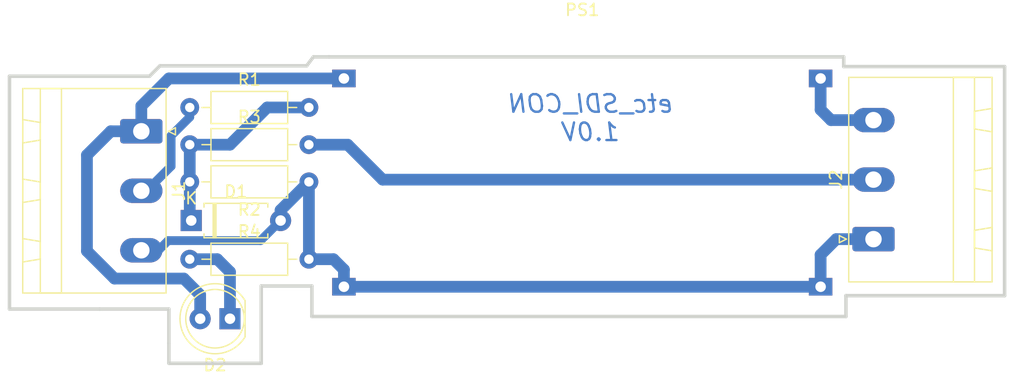
<source format=kicad_pcb>
(kicad_pcb (version 20171130) (host pcbnew "(5.1.6)-1")

  (general
    (thickness 1.6)
    (drawings 22)
    (tracks 44)
    (zones 0)
    (modules 9)
    (nets 8)
  )

  (page A4)
  (layers
    (0 F.Cu signal)
    (31 B.Cu signal)
    (32 B.Adhes user)
    (33 F.Adhes user)
    (34 B.Paste user)
    (35 F.Paste user)
    (36 B.SilkS user)
    (37 F.SilkS user)
    (38 B.Mask user)
    (39 F.Mask user)
    (40 Dwgs.User user)
    (41 Cmts.User user)
    (42 Eco1.User user)
    (43 Eco2.User user)
    (44 Edge.Cuts user)
    (45 Margin user)
    (46 B.CrtYd user)
    (47 F.CrtYd user)
    (48 B.Fab user)
    (49 F.Fab user)
  )

  (setup
    (last_trace_width 0.25)
    (user_trace_width 0.75)
    (user_trace_width 1)
    (trace_clearance 0.2)
    (zone_clearance 0.508)
    (zone_45_only no)
    (trace_min 0.2)
    (via_size 0.8)
    (via_drill 0.4)
    (via_min_size 0.4)
    (via_min_drill 0.3)
    (user_via 2 0.8)
    (uvia_size 0.3)
    (uvia_drill 0.1)
    (uvias_allowed no)
    (uvia_min_size 0.2)
    (uvia_min_drill 0.1)
    (edge_width 0.3)
    (segment_width 0.2)
    (pcb_text_width 0.3)
    (pcb_text_size 1.5 1.5)
    (mod_edge_width 0.12)
    (mod_text_size 1 1)
    (mod_text_width 0.15)
    (pad_size 1.524 1.524)
    (pad_drill 0.762)
    (pad_to_mask_clearance 0.05)
    (aux_axis_origin 0 0)
    (visible_elements 7FFFFFFF)
    (pcbplotparams
      (layerselection 0x010fc_ffffffff)
      (usegerberextensions false)
      (usegerberattributes true)
      (usegerberadvancedattributes true)
      (creategerberjobfile true)
      (excludeedgelayer true)
      (linewidth 0.100000)
      (plotframeref false)
      (viasonmask false)
      (mode 1)
      (useauxorigin false)
      (hpglpennumber 1)
      (hpglpenspeed 20)
      (hpglpendiameter 15.000000)
      (psnegative false)
      (psa4output false)
      (plotreference true)
      (plotvalue true)
      (plotinvisibletext false)
      (padsonsilk false)
      (subtractmaskfromsilk false)
      (outputformat 1)
      (mirror false)
      (drillshape 1)
      (scaleselection 1)
      (outputdirectory ""))
  )

  (net 0 "")
  (net 1 "Net-(D1-Pad1)")
  (net 2 /GND)
  (net 3 "Net-(D2-Pad1)")
  (net 4 /VB)
  (net 5 /TXRX)
  (net 6 /SDI_BUS)
  (net 7 /12V)

  (net_class Default "This is the default net class."
    (clearance 0.2)
    (trace_width 0.25)
    (via_dia 0.8)
    (via_drill 0.4)
    (uvia_dia 0.3)
    (uvia_drill 0.1)
    (add_net /12V)
    (add_net /GND)
    (add_net /SDI_BUS)
    (add_net /TXRX)
    (add_net /VB)
    (add_net "Net-(D1-Pad1)")
    (add_net "Net-(D2-Pad1)")
  )

  (module Diode_THT:D_A-405_P7.62mm_Horizontal (layer F.Cu) (tedit 5AE50CD5) (tstamp 5F7B2A31)
    (at 114.554 101.092)
    (descr "Diode, A-405 series, Axial, Horizontal, pin pitch=7.62mm, , length*diameter=5.2*2.7mm^2, , http://www.diodes.com/_files/packages/A-405.pdf")
    (tags "Diode A-405 series Axial Horizontal pin pitch 7.62mm  length 5.2mm diameter 2.7mm")
    (path /5F7C24E3)
    (fp_text reference D1 (at 3.81 -2.47) (layer F.SilkS)
      (effects (font (size 1 1) (thickness 0.15)))
    )
    (fp_text value D_Zener (at 3.81 2.47) (layer F.Fab)
      (effects (font (size 1 1) (thickness 0.15)))
    )
    (fp_line (start 1.21 -1.35) (end 1.21 1.35) (layer F.Fab) (width 0.1))
    (fp_line (start 1.21 1.35) (end 6.41 1.35) (layer F.Fab) (width 0.1))
    (fp_line (start 6.41 1.35) (end 6.41 -1.35) (layer F.Fab) (width 0.1))
    (fp_line (start 6.41 -1.35) (end 1.21 -1.35) (layer F.Fab) (width 0.1))
    (fp_line (start 0 0) (end 1.21 0) (layer F.Fab) (width 0.1))
    (fp_line (start 7.62 0) (end 6.41 0) (layer F.Fab) (width 0.1))
    (fp_line (start 1.99 -1.35) (end 1.99 1.35) (layer F.Fab) (width 0.1))
    (fp_line (start 2.09 -1.35) (end 2.09 1.35) (layer F.Fab) (width 0.1))
    (fp_line (start 1.89 -1.35) (end 1.89 1.35) (layer F.Fab) (width 0.1))
    (fp_line (start 1.09 -1.14) (end 1.09 -1.47) (layer F.SilkS) (width 0.12))
    (fp_line (start 1.09 -1.47) (end 6.53 -1.47) (layer F.SilkS) (width 0.12))
    (fp_line (start 6.53 -1.47) (end 6.53 -1.14) (layer F.SilkS) (width 0.12))
    (fp_line (start 1.09 1.14) (end 1.09 1.47) (layer F.SilkS) (width 0.12))
    (fp_line (start 1.09 1.47) (end 6.53 1.47) (layer F.SilkS) (width 0.12))
    (fp_line (start 6.53 1.47) (end 6.53 1.14) (layer F.SilkS) (width 0.12))
    (fp_line (start 1.99 -1.47) (end 1.99 1.47) (layer F.SilkS) (width 0.12))
    (fp_line (start 2.11 -1.47) (end 2.11 1.47) (layer F.SilkS) (width 0.12))
    (fp_line (start 1.87 -1.47) (end 1.87 1.47) (layer F.SilkS) (width 0.12))
    (fp_line (start -1.15 -1.6) (end -1.15 1.6) (layer F.CrtYd) (width 0.05))
    (fp_line (start -1.15 1.6) (end 8.77 1.6) (layer F.CrtYd) (width 0.05))
    (fp_line (start 8.77 1.6) (end 8.77 -1.6) (layer F.CrtYd) (width 0.05))
    (fp_line (start 8.77 -1.6) (end -1.15 -1.6) (layer F.CrtYd) (width 0.05))
    (fp_text user %R (at 4.2 0) (layer F.Fab)
      (effects (font (size 1 1) (thickness 0.15)))
    )
    (fp_text user K (at 0 -1.9) (layer F.Fab)
      (effects (font (size 1 1) (thickness 0.15)))
    )
    (fp_text user K (at 0 -1.9) (layer F.SilkS)
      (effects (font (size 1 1) (thickness 0.15)))
    )
    (pad 1 thru_hole rect (at 0 0) (size 1.8 1.8) (drill 0.9) (layers *.Cu *.Mask)
      (net 1 "Net-(D1-Pad1)"))
    (pad 2 thru_hole oval (at 7.62 0) (size 1.8 1.8) (drill 0.9) (layers *.Cu *.Mask)
      (net 2 /GND))
    (model ${KISYS3DMOD}/Diode_THT.3dshapes/D_A-405_P7.62mm_Horizontal.wrl
      (at (xyz 0 0 0))
      (scale (xyz 1 1 1))
      (rotate (xyz 0 0 0))
    )
  )

  (module LED_THT:LED_D5.0mm (layer F.Cu) (tedit 5995936A) (tstamp 5F7B2A43)
    (at 117.856 109.474 180)
    (descr "LED, diameter 5.0mm, 2 pins, http://cdn-reichelt.de/documents/datenblatt/A500/LL-504BC2E-009.pdf")
    (tags "LED diameter 5.0mm 2 pins")
    (path /5F5CFF13)
    (fp_text reference D2 (at 1.27 -3.96) (layer F.SilkS)
      (effects (font (size 1 1) (thickness 0.15)))
    )
    (fp_text value LED (at 1.27 3.96) (layer F.Fab)
      (effects (font (size 1 1) (thickness 0.15)))
    )
    (fp_circle (center 1.27 0) (end 3.77 0) (layer F.Fab) (width 0.1))
    (fp_circle (center 1.27 0) (end 3.77 0) (layer F.SilkS) (width 0.12))
    (fp_line (start -1.23 -1.469694) (end -1.23 1.469694) (layer F.Fab) (width 0.1))
    (fp_line (start -1.29 -1.545) (end -1.29 1.545) (layer F.SilkS) (width 0.12))
    (fp_line (start -1.95 -3.25) (end -1.95 3.25) (layer F.CrtYd) (width 0.05))
    (fp_line (start -1.95 3.25) (end 4.5 3.25) (layer F.CrtYd) (width 0.05))
    (fp_line (start 4.5 3.25) (end 4.5 -3.25) (layer F.CrtYd) (width 0.05))
    (fp_line (start 4.5 -3.25) (end -1.95 -3.25) (layer F.CrtYd) (width 0.05))
    (fp_arc (start 1.27 0) (end -1.23 -1.469694) (angle 299.1) (layer F.Fab) (width 0.1))
    (fp_arc (start 1.27 0) (end -1.29 -1.54483) (angle 148.9) (layer F.SilkS) (width 0.12))
    (fp_arc (start 1.27 0) (end -1.29 1.54483) (angle -148.9) (layer F.SilkS) (width 0.12))
    (fp_text user %R (at 1.25 0) (layer F.Fab)
      (effects (font (size 0.8 0.8) (thickness 0.2)))
    )
    (pad 1 thru_hole rect (at 0 0 180) (size 1.8 1.8) (drill 0.9) (layers *.Cu *.Mask)
      (net 3 "Net-(D2-Pad1)"))
    (pad 2 thru_hole circle (at 2.54 0 180) (size 1.8 1.8) (drill 0.9) (layers *.Cu *.Mask)
      (net 4 /VB))
    (model ${KISYS3DMOD}/LED_THT.3dshapes/LED_D5.0mm.wrl
      (at (xyz 0 0 0))
      (scale (xyz 1 1 1))
      (rotate (xyz 0 0 0))
    )
  )

  (module Connector_Phoenix_MSTB:PhoenixContact_MSTBA_2,5_3-G-5,08_1x03_P5.08mm_Horizontal (layer F.Cu) (tedit 5B785047) (tstamp 5F7B2A6C)
    (at 110.2995 93.472 270)
    (descr "Generic Phoenix Contact connector footprint for: MSTBA_2,5/3-G-5,08; number of pins: 03; pin pitch: 5.08mm; Angled || order number: 1757255 12A || order number: 1923872 16A (HC)")
    (tags "phoenix_contact connector MSTBA_01x03_G_5.08mm")
    (path /5F7ABDEC)
    (fp_text reference J1 (at 5.08 -3.2 90) (layer F.SilkS)
      (effects (font (size 1 1) (thickness 0.15)))
    )
    (fp_text value INPUT_PORT (at 5.08 11.2 90) (layer F.Fab)
      (effects (font (size 1 1) (thickness 0.15)))
    )
    (fp_line (start -3.65 -2.11) (end -3.65 10.11) (layer F.SilkS) (width 0.12))
    (fp_line (start -3.65 10.11) (end 13.81 10.11) (layer F.SilkS) (width 0.12))
    (fp_line (start 13.81 10.11) (end 13.81 -2.11) (layer F.SilkS) (width 0.12))
    (fp_line (start 13.81 -2.11) (end -3.65 -2.11) (layer F.SilkS) (width 0.12))
    (fp_line (start -3.54 -2) (end -3.54 10) (layer F.Fab) (width 0.1))
    (fp_line (start -3.54 10) (end 13.7 10) (layer F.Fab) (width 0.1))
    (fp_line (start 13.7 10) (end 13.7 -2) (layer F.Fab) (width 0.1))
    (fp_line (start 13.7 -2) (end -3.54 -2) (layer F.Fab) (width 0.1))
    (fp_line (start -3.65 8.61) (end -3.65 6.81) (layer F.SilkS) (width 0.12))
    (fp_line (start -3.65 6.81) (end 13.81 6.81) (layer F.SilkS) (width 0.12))
    (fp_line (start 13.81 6.81) (end 13.81 8.61) (layer F.SilkS) (width 0.12))
    (fp_line (start 13.81 8.61) (end -3.65 8.61) (layer F.SilkS) (width 0.12))
    (fp_line (start -1 10.11) (end 1 10.11) (layer F.SilkS) (width 0.12))
    (fp_line (start 1 10.11) (end 0.75 8.61) (layer F.SilkS) (width 0.12))
    (fp_line (start 0.75 8.61) (end -0.75 8.61) (layer F.SilkS) (width 0.12))
    (fp_line (start -0.75 8.61) (end -1 10.11) (layer F.SilkS) (width 0.12))
    (fp_line (start 4.08 10.11) (end 6.08 10.11) (layer F.SilkS) (width 0.12))
    (fp_line (start 6.08 10.11) (end 5.83 8.61) (layer F.SilkS) (width 0.12))
    (fp_line (start 5.83 8.61) (end 4.33 8.61) (layer F.SilkS) (width 0.12))
    (fp_line (start 4.33 8.61) (end 4.08 10.11) (layer F.SilkS) (width 0.12))
    (fp_line (start 9.16 10.11) (end 11.16 10.11) (layer F.SilkS) (width 0.12))
    (fp_line (start 11.16 10.11) (end 10.91 8.61) (layer F.SilkS) (width 0.12))
    (fp_line (start 10.91 8.61) (end 9.41 8.61) (layer F.SilkS) (width 0.12))
    (fp_line (start 9.41 8.61) (end 9.16 10.11) (layer F.SilkS) (width 0.12))
    (fp_line (start -4.04 -2.5) (end -4.04 10.5) (layer F.CrtYd) (width 0.05))
    (fp_line (start -4.04 10.5) (end 14.2 10.5) (layer F.CrtYd) (width 0.05))
    (fp_line (start 14.2 10.5) (end 14.2 -2.5) (layer F.CrtYd) (width 0.05))
    (fp_line (start 14.2 -2.5) (end -4.04 -2.5) (layer F.CrtYd) (width 0.05))
    (fp_line (start 0.3 -2.91) (end 0 -2.31) (layer F.SilkS) (width 0.12))
    (fp_line (start 0 -2.31) (end -0.3 -2.91) (layer F.SilkS) (width 0.12))
    (fp_line (start -0.3 -2.91) (end 0.3 -2.91) (layer F.SilkS) (width 0.12))
    (fp_line (start 0.95 -2) (end 0 -0.5) (layer F.Fab) (width 0.1))
    (fp_line (start 0 -0.5) (end -0.95 -2) (layer F.Fab) (width 0.1))
    (fp_text user %R (at 5.08 -1.3 90) (layer F.Fab)
      (effects (font (size 1 1) (thickness 0.15)))
    )
    (pad 1 thru_hole roundrect (at 0 0 270) (size 2.08 3.6) (drill 1.4) (layers *.Cu *.Mask) (roundrect_rratio 0.120192)
      (net 4 /VB))
    (pad 2 thru_hole oval (at 5.08 0 270) (size 2.08 3.6) (drill 1.4) (layers *.Cu *.Mask)
      (net 5 /TXRX))
    (pad 3 thru_hole oval (at 10.16 0 270) (size 2.08 3.6) (drill 1.4) (layers *.Cu *.Mask)
      (net 2 /GND))
    (model ${KISYS3DMOD}/Connector_Phoenix_MSTB.3dshapes/PhoenixContact_MSTBA_2,5_3-G-5,08_1x03_P5.08mm_Horizontal.wrl
      (at (xyz 0 0 0))
      (scale (xyz 1 1 1))
      (rotate (xyz 0 0 0))
    )
  )

  (module Connector_Phoenix_MSTB:PhoenixContact_MSTBA_2,5_3-G-5,08_1x03_P5.08mm_Horizontal (layer F.Cu) (tedit 5B785047) (tstamp 5F7B2A95)
    (at 172.72 102.6795 90)
    (descr "Generic Phoenix Contact connector footprint for: MSTBA_2,5/3-G-5,08; number of pins: 03; pin pitch: 5.08mm; Angled || order number: 1757255 12A || order number: 1923872 16A (HC)")
    (tags "phoenix_contact connector MSTBA_01x03_G_5.08mm")
    (path /5F7C30B0)
    (fp_text reference J2 (at 5.08 -3.2 90) (layer F.SilkS)
      (effects (font (size 1 1) (thickness 0.15)))
    )
    (fp_text value INTER (at 4.826 12.0015 90) (layer F.Fab)
      (effects (font (size 1 1) (thickness 0.15)))
    )
    (fp_line (start 0 -0.5) (end -0.95 -2) (layer F.Fab) (width 0.1))
    (fp_line (start 0.95 -2) (end 0 -0.5) (layer F.Fab) (width 0.1))
    (fp_line (start -0.3 -2.91) (end 0.3 -2.91) (layer F.SilkS) (width 0.12))
    (fp_line (start 0 -2.31) (end -0.3 -2.91) (layer F.SilkS) (width 0.12))
    (fp_line (start 0.3 -2.91) (end 0 -2.31) (layer F.SilkS) (width 0.12))
    (fp_line (start 14.2 -2.5) (end -4.04 -2.5) (layer F.CrtYd) (width 0.05))
    (fp_line (start 14.2 10.5) (end 14.2 -2.5) (layer F.CrtYd) (width 0.05))
    (fp_line (start -4.04 10.5) (end 14.2 10.5) (layer F.CrtYd) (width 0.05))
    (fp_line (start -4.04 -2.5) (end -4.04 10.5) (layer F.CrtYd) (width 0.05))
    (fp_line (start 9.41 8.61) (end 9.16 10.11) (layer F.SilkS) (width 0.12))
    (fp_line (start 10.91 8.61) (end 9.41 8.61) (layer F.SilkS) (width 0.12))
    (fp_line (start 11.16 10.11) (end 10.91 8.61) (layer F.SilkS) (width 0.12))
    (fp_line (start 9.16 10.11) (end 11.16 10.11) (layer F.SilkS) (width 0.12))
    (fp_line (start 4.33 8.61) (end 4.08 10.11) (layer F.SilkS) (width 0.12))
    (fp_line (start 5.83 8.61) (end 4.33 8.61) (layer F.SilkS) (width 0.12))
    (fp_line (start 6.08 10.11) (end 5.83 8.61) (layer F.SilkS) (width 0.12))
    (fp_line (start 4.08 10.11) (end 6.08 10.11) (layer F.SilkS) (width 0.12))
    (fp_line (start -0.75 8.61) (end -1 10.11) (layer F.SilkS) (width 0.12))
    (fp_line (start 0.75 8.61) (end -0.75 8.61) (layer F.SilkS) (width 0.12))
    (fp_line (start 1 10.11) (end 0.75 8.61) (layer F.SilkS) (width 0.12))
    (fp_line (start -1 10.11) (end 1 10.11) (layer F.SilkS) (width 0.12))
    (fp_line (start 13.81 8.61) (end -3.65 8.61) (layer F.SilkS) (width 0.12))
    (fp_line (start 13.81 6.81) (end 13.81 8.61) (layer F.SilkS) (width 0.12))
    (fp_line (start -3.65 6.81) (end 13.81 6.81) (layer F.SilkS) (width 0.12))
    (fp_line (start -3.65 8.61) (end -3.65 6.81) (layer F.SilkS) (width 0.12))
    (fp_line (start 13.7 -2) (end -3.54 -2) (layer F.Fab) (width 0.1))
    (fp_line (start 13.7 10) (end 13.7 -2) (layer F.Fab) (width 0.1))
    (fp_line (start -3.54 10) (end 13.7 10) (layer F.Fab) (width 0.1))
    (fp_line (start -3.54 -2) (end -3.54 10) (layer F.Fab) (width 0.1))
    (fp_line (start 13.81 -2.11) (end -3.65 -2.11) (layer F.SilkS) (width 0.12))
    (fp_line (start 13.81 10.11) (end 13.81 -2.11) (layer F.SilkS) (width 0.12))
    (fp_line (start -3.65 10.11) (end 13.81 10.11) (layer F.SilkS) (width 0.12))
    (fp_line (start -3.65 -2.11) (end -3.65 10.11) (layer F.SilkS) (width 0.12))
    (fp_text user %R (at 5.08 -1.3 90) (layer F.Fab)
      (effects (font (size 1 1) (thickness 0.15)))
    )
    (pad 3 thru_hole oval (at 10.16 0 90) (size 2.08 3.6) (drill 1.4) (layers *.Cu *.Mask)
      (net 7 /12V))
    (pad 2 thru_hole oval (at 5.08 0 90) (size 2.08 3.6) (drill 1.4) (layers *.Cu *.Mask)
      (net 6 /SDI_BUS))
    (pad 1 thru_hole roundrect (at 0 0 90) (size 2.08 3.6) (drill 1.4) (layers *.Cu *.Mask) (roundrect_rratio 0.120192)
      (net 2 /GND))
    (model ${KISYS3DMOD}/Connector_Phoenix_MSTB.3dshapes/PhoenixContact_MSTBA_2,5_3-G-5,08_1x03_P5.08mm_Horizontal.wrl
      (at (xyz 0 0 0))
      (scale (xyz 1 1 1))
      (rotate (xyz 0 0 0))
    )
  )

  (module DC_stepUP_converter:DC_stepUP_converter (layer F.Cu) (tedit 5F79F26F) (tstamp 5F7B2AA1)
    (at 147.8915 82.6135)
    (path /5F7A9138)
    (fp_text reference PS1 (at 0 0.5) (layer F.SilkS)
      (effects (font (size 1 1) (thickness 0.15)))
    )
    (fp_text value DC_stepUP_converter (at 0 2.54) (layer F.Fab)
      (effects (font (size 1 1) (thickness 0.15)))
    )
    (fp_line (start 21.59 25.4) (end 21.59 5.08) (layer F.Fab) (width 0.12))
    (fp_line (start 21.59 5.08) (end -21.59 5.08) (layer F.Fab) (width 0.12))
    (fp_line (start -21.59 5.08) (end -21.59 25.4) (layer F.Fab) (width 0.12))
    (fp_line (start -21.59 25.4) (end 21.59 25.4) (layer F.Fab) (width 0.12))
    (pad 1 thru_hole rect (at -20.32 6.35) (size 2 1.5) (drill 0.9) (layers *.Cu *.Mask)
      (net 4 /VB))
    (pad 2 thru_hole rect (at -20.32 24.13) (size 2 1.5) (drill 0.9) (layers *.Cu *.Mask)
      (net 2 /GND))
    (pad 3 thru_hole rect (at 20.32 6.35) (size 2 1.5) (drill 0.9) (layers *.Cu *.Mask)
      (net 7 /12V))
    (pad 4 thru_hole rect (at 20.32 24.13) (size 2 1.5) (drill 0.9) (layers *.Cu *.Mask)
      (net 2 /GND))
  )

  (module Resistor_THT:R_Axial_DIN0207_L6.3mm_D2.5mm_P10.16mm_Horizontal (layer F.Cu) (tedit 5AE5139B) (tstamp 5F7B2F46)
    (at 114.427 91.44)
    (descr "Resistor, Axial_DIN0207 series, Axial, Horizontal, pin pitch=10.16mm, 0.25W = 1/4W, length*diameter=6.3*2.5mm^2, http://cdn-reichelt.de/documents/datenblatt/B400/1_4W%23YAG.pdf")
    (tags "Resistor Axial_DIN0207 series Axial Horizontal pin pitch 10.16mm 0.25W = 1/4W length 6.3mm diameter 2.5mm")
    (path /5F7B9C75)
    (fp_text reference R1 (at 5.08 -2.37) (layer F.SilkS)
      (effects (font (size 1 1) (thickness 0.15)))
    )
    (fp_text value 510 (at 5.08 2.37) (layer F.Fab)
      (effects (font (size 1 1) (thickness 0.15)))
    )
    (fp_line (start 11.21 -1.5) (end -1.05 -1.5) (layer F.CrtYd) (width 0.05))
    (fp_line (start 11.21 1.5) (end 11.21 -1.5) (layer F.CrtYd) (width 0.05))
    (fp_line (start -1.05 1.5) (end 11.21 1.5) (layer F.CrtYd) (width 0.05))
    (fp_line (start -1.05 -1.5) (end -1.05 1.5) (layer F.CrtYd) (width 0.05))
    (fp_line (start 9.12 0) (end 8.35 0) (layer F.SilkS) (width 0.12))
    (fp_line (start 1.04 0) (end 1.81 0) (layer F.SilkS) (width 0.12))
    (fp_line (start 8.35 -1.37) (end 1.81 -1.37) (layer F.SilkS) (width 0.12))
    (fp_line (start 8.35 1.37) (end 8.35 -1.37) (layer F.SilkS) (width 0.12))
    (fp_line (start 1.81 1.37) (end 8.35 1.37) (layer F.SilkS) (width 0.12))
    (fp_line (start 1.81 -1.37) (end 1.81 1.37) (layer F.SilkS) (width 0.12))
    (fp_line (start 10.16 0) (end 8.23 0) (layer F.Fab) (width 0.1))
    (fp_line (start 0 0) (end 1.93 0) (layer F.Fab) (width 0.1))
    (fp_line (start 8.23 -1.25) (end 1.93 -1.25) (layer F.Fab) (width 0.1))
    (fp_line (start 8.23 1.25) (end 8.23 -1.25) (layer F.Fab) (width 0.1))
    (fp_line (start 1.93 1.25) (end 8.23 1.25) (layer F.Fab) (width 0.1))
    (fp_line (start 1.93 -1.25) (end 1.93 1.25) (layer F.Fab) (width 0.1))
    (fp_text user %R (at 5.08 0) (layer F.Fab)
      (effects (font (size 1 1) (thickness 0.15)))
    )
    (pad 2 thru_hole oval (at 10.16 0) (size 1.6 1.6) (drill 0.8) (layers *.Cu *.Mask)
      (net 1 "Net-(D1-Pad1)"))
    (pad 1 thru_hole circle (at 0 0) (size 1.6 1.6) (drill 0.8) (layers *.Cu *.Mask)
      (net 5 /TXRX))
    (model ${KISYS3DMOD}/Resistor_THT.3dshapes/R_Axial_DIN0207_L6.3mm_D2.5mm_P10.16mm_Horizontal.wrl
      (at (xyz 0 0 0))
      (scale (xyz 1 1 1))
      (rotate (xyz 0 0 0))
    )
  )

  (module Resistor_THT:R_Axial_DIN0207_L6.3mm_D2.5mm_P10.16mm_Horizontal (layer F.Cu) (tedit 5AE5139B) (tstamp 5F7B2ACF)
    (at 124.587 97.79 180)
    (descr "Resistor, Axial_DIN0207 series, Axial, Horizontal, pin pitch=10.16mm, 0.25W = 1/4W, length*diameter=6.3*2.5mm^2, http://cdn-reichelt.de/documents/datenblatt/B400/1_4W%23YAG.pdf")
    (tags "Resistor Axial_DIN0207 series Axial Horizontal pin pitch 10.16mm 0.25W = 1/4W length 6.3mm diameter 2.5mm")
    (path /5F7BBBD2)
    (fp_text reference R2 (at 5.08 -2.37) (layer F.SilkS)
      (effects (font (size 1 1) (thickness 0.15)))
    )
    (fp_text value 200K (at 5.08 2.37) (layer F.Fab)
      (effects (font (size 1 1) (thickness 0.15)))
    )
    (fp_line (start 11.21 -1.5) (end -1.05 -1.5) (layer F.CrtYd) (width 0.05))
    (fp_line (start 11.21 1.5) (end 11.21 -1.5) (layer F.CrtYd) (width 0.05))
    (fp_line (start -1.05 1.5) (end 11.21 1.5) (layer F.CrtYd) (width 0.05))
    (fp_line (start -1.05 -1.5) (end -1.05 1.5) (layer F.CrtYd) (width 0.05))
    (fp_line (start 9.12 0) (end 8.35 0) (layer F.SilkS) (width 0.12))
    (fp_line (start 1.04 0) (end 1.81 0) (layer F.SilkS) (width 0.12))
    (fp_line (start 8.35 -1.37) (end 1.81 -1.37) (layer F.SilkS) (width 0.12))
    (fp_line (start 8.35 1.37) (end 8.35 -1.37) (layer F.SilkS) (width 0.12))
    (fp_line (start 1.81 1.37) (end 8.35 1.37) (layer F.SilkS) (width 0.12))
    (fp_line (start 1.81 -1.37) (end 1.81 1.37) (layer F.SilkS) (width 0.12))
    (fp_line (start 10.16 0) (end 8.23 0) (layer F.Fab) (width 0.1))
    (fp_line (start 0 0) (end 1.93 0) (layer F.Fab) (width 0.1))
    (fp_line (start 8.23 -1.25) (end 1.93 -1.25) (layer F.Fab) (width 0.1))
    (fp_line (start 8.23 1.25) (end 8.23 -1.25) (layer F.Fab) (width 0.1))
    (fp_line (start 1.93 1.25) (end 8.23 1.25) (layer F.Fab) (width 0.1))
    (fp_line (start 1.93 -1.25) (end 1.93 1.25) (layer F.Fab) (width 0.1))
    (fp_text user %R (at 5.08 0) (layer F.Fab)
      (effects (font (size 1 1) (thickness 0.15)))
    )
    (pad 2 thru_hole oval (at 10.16 0 180) (size 1.6 1.6) (drill 0.8) (layers *.Cu *.Mask)
      (net 1 "Net-(D1-Pad1)"))
    (pad 1 thru_hole circle (at 0 0 180) (size 1.6 1.6) (drill 0.8) (layers *.Cu *.Mask)
      (net 2 /GND))
    (model ${KISYS3DMOD}/Resistor_THT.3dshapes/R_Axial_DIN0207_L6.3mm_D2.5mm_P10.16mm_Horizontal.wrl
      (at (xyz 0 0 0))
      (scale (xyz 1 1 1))
      (rotate (xyz 0 0 0))
    )
  )

  (module Resistor_THT:R_Axial_DIN0207_L6.3mm_D2.5mm_P10.16mm_Horizontal (layer F.Cu) (tedit 5AE5139B) (tstamp 5F7B2AE6)
    (at 114.427 94.615)
    (descr "Resistor, Axial_DIN0207 series, Axial, Horizontal, pin pitch=10.16mm, 0.25W = 1/4W, length*diameter=6.3*2.5mm^2, http://cdn-reichelt.de/documents/datenblatt/B400/1_4W%23YAG.pdf")
    (tags "Resistor Axial_DIN0207 series Axial Horizontal pin pitch 10.16mm 0.25W = 1/4W length 6.3mm diameter 2.5mm")
    (path /5F7BA260)
    (fp_text reference R3 (at 5.08 -2.37) (layer F.SilkS)
      (effects (font (size 1 1) (thickness 0.15)))
    )
    (fp_text value 510 (at 5.08 2.37) (layer F.Fab)
      (effects (font (size 1 1) (thickness 0.15)))
    )
    (fp_line (start 1.93 -1.25) (end 1.93 1.25) (layer F.Fab) (width 0.1))
    (fp_line (start 1.93 1.25) (end 8.23 1.25) (layer F.Fab) (width 0.1))
    (fp_line (start 8.23 1.25) (end 8.23 -1.25) (layer F.Fab) (width 0.1))
    (fp_line (start 8.23 -1.25) (end 1.93 -1.25) (layer F.Fab) (width 0.1))
    (fp_line (start 0 0) (end 1.93 0) (layer F.Fab) (width 0.1))
    (fp_line (start 10.16 0) (end 8.23 0) (layer F.Fab) (width 0.1))
    (fp_line (start 1.81 -1.37) (end 1.81 1.37) (layer F.SilkS) (width 0.12))
    (fp_line (start 1.81 1.37) (end 8.35 1.37) (layer F.SilkS) (width 0.12))
    (fp_line (start 8.35 1.37) (end 8.35 -1.37) (layer F.SilkS) (width 0.12))
    (fp_line (start 8.35 -1.37) (end 1.81 -1.37) (layer F.SilkS) (width 0.12))
    (fp_line (start 1.04 0) (end 1.81 0) (layer F.SilkS) (width 0.12))
    (fp_line (start 9.12 0) (end 8.35 0) (layer F.SilkS) (width 0.12))
    (fp_line (start -1.05 -1.5) (end -1.05 1.5) (layer F.CrtYd) (width 0.05))
    (fp_line (start -1.05 1.5) (end 11.21 1.5) (layer F.CrtYd) (width 0.05))
    (fp_line (start 11.21 1.5) (end 11.21 -1.5) (layer F.CrtYd) (width 0.05))
    (fp_line (start 11.21 -1.5) (end -1.05 -1.5) (layer F.CrtYd) (width 0.05))
    (fp_text user %R (at 5.08 0) (layer F.Fab)
      (effects (font (size 1 1) (thickness 0.15)))
    )
    (pad 1 thru_hole circle (at 0 0) (size 1.6 1.6) (drill 0.8) (layers *.Cu *.Mask)
      (net 1 "Net-(D1-Pad1)"))
    (pad 2 thru_hole oval (at 10.16 0) (size 1.6 1.6) (drill 0.8) (layers *.Cu *.Mask)
      (net 6 /SDI_BUS))
    (model ${KISYS3DMOD}/Resistor_THT.3dshapes/R_Axial_DIN0207_L6.3mm_D2.5mm_P10.16mm_Horizontal.wrl
      (at (xyz 0 0 0))
      (scale (xyz 1 1 1))
      (rotate (xyz 0 0 0))
    )
  )

  (module Resistor_THT:R_Axial_DIN0207_L6.3mm_D2.5mm_P10.16mm_Horizontal (layer F.Cu) (tedit 5AE5139B) (tstamp 5F7B2AFD)
    (at 114.427 104.394)
    (descr "Resistor, Axial_DIN0207 series, Axial, Horizontal, pin pitch=10.16mm, 0.25W = 1/4W, length*diameter=6.3*2.5mm^2, http://cdn-reichelt.de/documents/datenblatt/B400/1_4W%23YAG.pdf")
    (tags "Resistor Axial_DIN0207 series Axial Horizontal pin pitch 10.16mm 0.25W = 1/4W length 6.3mm diameter 2.5mm")
    (path /5F5D17EF)
    (fp_text reference R4 (at 5.08 -2.37) (layer F.SilkS)
      (effects (font (size 1 1) (thickness 0.15)))
    )
    (fp_text value 220 (at 4.7625 2.159) (layer F.Fab)
      (effects (font (size 1 1) (thickness 0.15)))
    )
    (fp_line (start 1.93 -1.25) (end 1.93 1.25) (layer F.Fab) (width 0.1))
    (fp_line (start 1.93 1.25) (end 8.23 1.25) (layer F.Fab) (width 0.1))
    (fp_line (start 8.23 1.25) (end 8.23 -1.25) (layer F.Fab) (width 0.1))
    (fp_line (start 8.23 -1.25) (end 1.93 -1.25) (layer F.Fab) (width 0.1))
    (fp_line (start 0 0) (end 1.93 0) (layer F.Fab) (width 0.1))
    (fp_line (start 10.16 0) (end 8.23 0) (layer F.Fab) (width 0.1))
    (fp_line (start 1.81 -1.37) (end 1.81 1.37) (layer F.SilkS) (width 0.12))
    (fp_line (start 1.81 1.37) (end 8.35 1.37) (layer F.SilkS) (width 0.12))
    (fp_line (start 8.35 1.37) (end 8.35 -1.37) (layer F.SilkS) (width 0.12))
    (fp_line (start 8.35 -1.37) (end 1.81 -1.37) (layer F.SilkS) (width 0.12))
    (fp_line (start 1.04 0) (end 1.81 0) (layer F.SilkS) (width 0.12))
    (fp_line (start 9.12 0) (end 8.35 0) (layer F.SilkS) (width 0.12))
    (fp_line (start -1.05 -1.5) (end -1.05 1.5) (layer F.CrtYd) (width 0.05))
    (fp_line (start -1.05 1.5) (end 11.21 1.5) (layer F.CrtYd) (width 0.05))
    (fp_line (start 11.21 1.5) (end 11.21 -1.5) (layer F.CrtYd) (width 0.05))
    (fp_line (start 11.21 -1.5) (end -1.05 -1.5) (layer F.CrtYd) (width 0.05))
    (fp_text user %R (at 5.08 0) (layer F.Fab)
      (effects (font (size 1 1) (thickness 0.15)))
    )
    (pad 1 thru_hole circle (at 0 0) (size 1.6 1.6) (drill 0.8) (layers *.Cu *.Mask)
      (net 3 "Net-(D2-Pad1)"))
    (pad 2 thru_hole oval (at 10.16 0) (size 1.6 1.6) (drill 0.8) (layers *.Cu *.Mask)
      (net 2 /GND))
    (model ${KISYS3DMOD}/Resistor_THT.3dshapes/R_Axial_DIN0207_L6.3mm_D2.5mm_P10.16mm_Horizontal.wrl
      (at (xyz 0 0 0))
      (scale (xyz 1 1 1))
      (rotate (xyz 0 0 0))
    )
  )

  (gr_line (start 112.649 108.6485) (end 106.7435 108.6485) (layer Edge.Cuts) (width 0.3) (tstamp 5F7DEC72))
  (gr_line (start 112.649 111.5695) (end 112.649 108.6485) (layer Edge.Cuts) (width 0.3))
  (gr_text "etc_SDI_CON\n1.0V" (at 148.6535 92.329) (layer B.Cu)
    (effects (font (size 1.5 1.5) (thickness 0.2) italic) (justify mirror))
  )
  (gr_line (start 170.18 87.122) (end 126.3015 87.122) (layer Edge.Cuts) (width 0.3))
  (gr_line (start 170.18 87.9475) (end 170.18 87.122) (layer Edge.Cuts) (width 0.3))
  (gr_line (start 183.896 87.9475) (end 170.18 87.9475) (layer Edge.Cuts) (width 0.3))
  (gr_line (start 183.896 107.5055) (end 183.896 87.9475) (layer Edge.Cuts) (width 0.3))
  (gr_line (start 170.3705 107.5055) (end 183.896 107.5055) (layer Edge.Cuts) (width 0.3))
  (gr_line (start 170.3705 109.2835) (end 170.3705 107.5055) (layer Edge.Cuts) (width 0.3))
  (gr_line (start 124.841 109.2835) (end 170.3705 109.2835) (layer Edge.Cuts) (width 0.3))
  (gr_line (start 124.841 106.68) (end 124.841 109.2835) (layer Edge.Cuts) (width 0.3))
  (gr_line (start 120.523 106.68) (end 124.841 106.68) (layer Edge.Cuts) (width 0.3))
  (gr_line (start 120.523 113.284) (end 120.523 106.68) (layer Edge.Cuts) (width 0.3))
  (gr_line (start 112.649 113.284) (end 120.523 113.284) (layer Edge.Cuts) (width 0.3))
  (gr_line (start 112.649 111.5695) (end 112.649 113.2205) (layer Edge.Cuts) (width 0.3))
  (gr_line (start 99.06 108.6485) (end 106.7435 108.6485) (layer Edge.Cuts) (width 0.3))
  (gr_line (start 99.06 88.773) (end 99.06 108.6485) (layer Edge.Cuts) (width 0.3))
  (gr_line (start 110.998 88.773) (end 99.06 88.773) (layer Edge.Cuts) (width 0.3))
  (gr_line (start 111.887 87.884) (end 110.998 88.773) (layer Edge.Cuts) (width 0.3))
  (gr_line (start 124.3965 87.884) (end 111.887 87.884) (layer Edge.Cuts) (width 0.3))
  (gr_line (start 124.968 87.122) (end 124.3965 87.884) (layer Edge.Cuts) (width 0.3))
  (gr_line (start 126.3015 87.122) (end 124.968 87.122) (layer Edge.Cuts) (width 0.3))

  (segment (start 114.427 94.615) (end 114.427 97.79) (width 1) (layer B.Cu) (net 1))
  (segment (start 114.427 100.965) (end 114.554 101.092) (width 1) (layer B.Cu) (net 1))
  (segment (start 114.427 97.79) (end 114.427 100.965) (width 1) (layer B.Cu) (net 1))
  (segment (start 121.031 91.44) (end 124.587 91.44) (width 1) (layer B.Cu) (net 1))
  (segment (start 114.427 94.615) (end 117.856 94.615) (width 1) (layer B.Cu) (net 1))
  (segment (start 117.856 94.615) (end 121.031 91.44) (width 1) (layer B.Cu) (net 1))
  (segment (start 172.72 102.6795) (end 169.545 102.6795) (width 1) (layer B.Cu) (net 2))
  (segment (start 168.2115 104.013) (end 168.2115 106.7435) (width 1) (layer B.Cu) (net 2))
  (segment (start 169.545 102.6795) (end 168.2115 104.013) (width 1) (layer B.Cu) (net 2))
  (segment (start 122.174 100.203) (end 124.587 97.79) (width 1) (layer B.Cu) (net 2))
  (segment (start 122.174 101.092) (end 122.174 100.203) (width 1) (layer B.Cu) (net 2))
  (segment (start 127.5715 106.7435) (end 168.2115 106.7435) (width 1) (layer B.Cu) (net 2))
  (segment (start 120.4595 102.8065) (end 122.174 101.092) (width 0.75) (layer B.Cu) (net 2))
  (segment (start 112.5855 102.8065) (end 120.4595 102.8065) (width 0.75) (layer B.Cu) (net 2))
  (segment (start 110.2995 103.632) (end 111.76 103.632) (width 0.75) (layer B.Cu) (net 2))
  (segment (start 111.76 103.632) (end 112.5855 102.8065) (width 0.75) (layer B.Cu) (net 2))
  (segment (start 127.5715 106.7435) (end 127.5715 105.283) (width 1) (layer B.Cu) (net 2))
  (segment (start 126.6825 104.394) (end 124.587 104.394) (width 1) (layer B.Cu) (net 2))
  (segment (start 127.5715 105.283) (end 126.6825 104.394) (width 1) (layer B.Cu) (net 2))
  (segment (start 124.587 104.394) (end 124.587 97.79) (width 1) (layer B.Cu) (net 2))
  (segment (start 114.427 104.394) (end 116.7765 104.394) (width 1) (layer B.Cu) (net 3))
  (segment (start 117.856 105.4735) (end 117.856 109.474) (width 1) (layer B.Cu) (net 3))
  (segment (start 116.7765 104.394) (end 117.856 105.4735) (width 1) (layer B.Cu) (net 3))
  (segment (start 110.2995 91.313) (end 110.2995 93.472) (width 1) (layer B.Cu) (net 4))
  (segment (start 127.5715 88.9635) (end 112.649 88.9635) (width 1) (layer B.Cu) (net 4))
  (segment (start 112.649 88.9635) (end 110.2995 91.313) (width 1) (layer B.Cu) (net 4))
  (segment (start 115.316 109.474) (end 115.316 107.442) (width 1) (layer B.Cu) (net 4))
  (segment (start 115.316 107.442) (end 113.919 106.045) (width 1) (layer B.Cu) (net 4))
  (segment (start 113.919 106.045) (end 108.0135 106.045) (width 1) (layer B.Cu) (net 4))
  (segment (start 108.0135 106.045) (end 105.664 103.6955) (width 1) (layer B.Cu) (net 4))
  (segment (start 105.664 103.6955) (end 105.664 95.504) (width 1) (layer B.Cu) (net 4))
  (segment (start 107.696 93.472) (end 110.2995 93.472) (width 1) (layer B.Cu) (net 4))
  (segment (start 105.664 95.504) (end 107.696 93.472) (width 1) (layer B.Cu) (net 4))
  (segment (start 114.427 92.2655) (end 114.427 91.44) (width 0.75) (layer B.Cu) (net 5))
  (segment (start 110.2995 98.552) (end 110.744 98.552) (width 0.75) (layer B.Cu) (net 5))
  (segment (start 112.8395 93.853) (end 114.427 92.2655) (width 0.75) (layer B.Cu) (net 5))
  (segment (start 112.8395 96.4565) (end 112.8395 93.853) (width 0.75) (layer B.Cu) (net 5))
  (segment (start 110.744 98.552) (end 112.8395 96.4565) (width 0.75) (layer B.Cu) (net 5))
  (segment (start 172.72 97.5995) (end 130.8735 97.5995) (width 1) (layer B.Cu) (net 6))
  (segment (start 127.889 94.615) (end 124.587 94.615) (width 1) (layer B.Cu) (net 6))
  (segment (start 130.8735 97.5995) (end 127.889 94.615) (width 1) (layer B.Cu) (net 6))
  (segment (start 172.72 92.5195) (end 169.1005 92.5195) (width 1) (layer B.Cu) (net 7))
  (segment (start 168.2115 91.6305) (end 168.2115 88.9635) (width 1) (layer B.Cu) (net 7))
  (segment (start 169.1005 92.5195) (end 168.2115 91.6305) (width 1) (layer B.Cu) (net 7))

)

</source>
